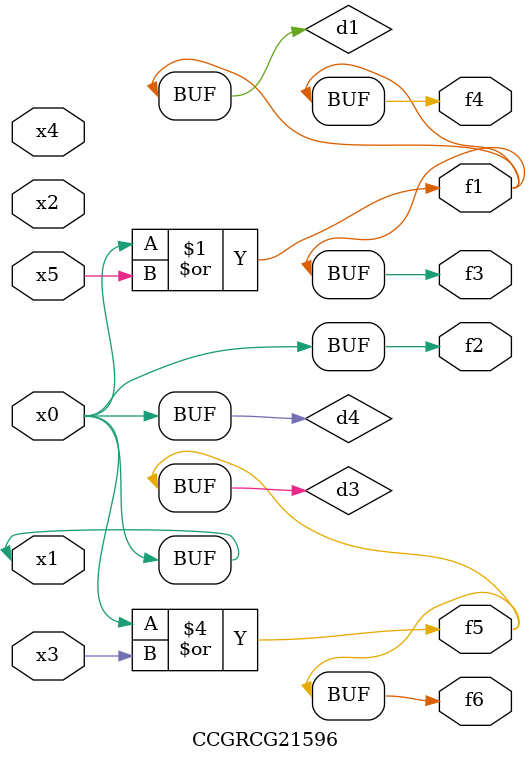
<source format=v>
module CCGRCG21596(
	input x0, x1, x2, x3, x4, x5,
	output f1, f2, f3, f4, f5, f6
);

	wire d1, d2, d3, d4;

	or (d1, x0, x5);
	xnor (d2, x1, x4);
	or (d3, x0, x3);
	buf (d4, x0, x1);
	assign f1 = d1;
	assign f2 = d4;
	assign f3 = d1;
	assign f4 = d1;
	assign f5 = d3;
	assign f6 = d3;
endmodule

</source>
